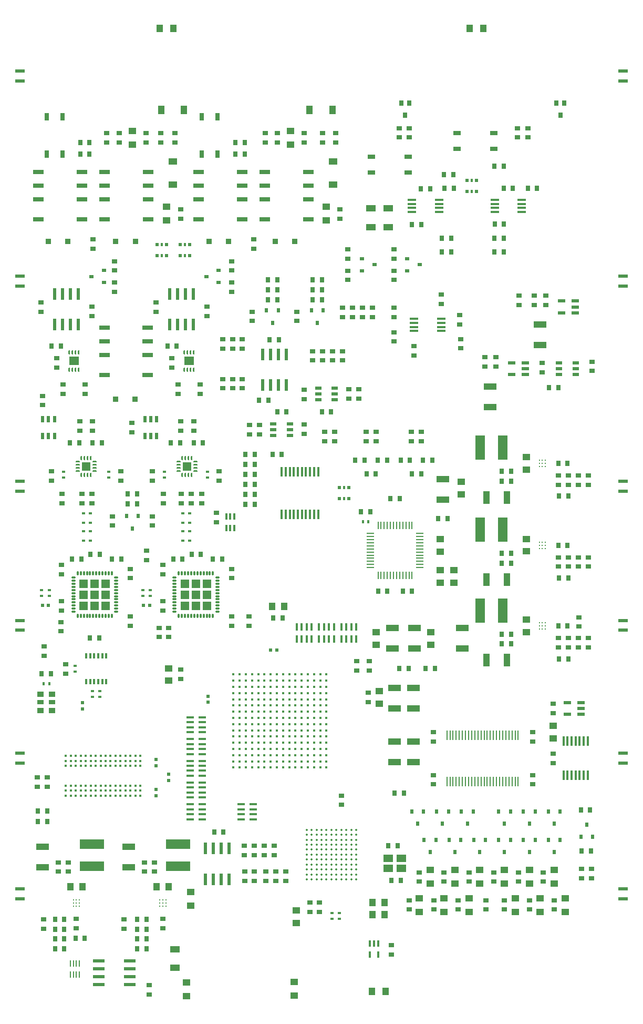
<source format=gbr>
G04 #@! TF.FileFunction,Paste,Top*
%FSLAX46Y46*%
G04 Gerber Fmt 4.6, Leading zero omitted, Abs format (unit mm)*
G04 Created by KiCad (PCBNEW 4.0.7) date 02/12/19 19:11:38*
%MOMM*%
%LPD*%
G01*
G04 APERTURE LIST*
%ADD10C,0.100000*%
%ADD11R,0.600000X0.450000*%
%ADD12R,0.500000X0.550000*%
%ADD13R,0.889000X0.635000*%
%ADD14R,0.635000X0.889000*%
%ADD15R,1.300000X1.000000*%
%ADD16R,1.500000X1.200000*%
%ADD17R,1.500000X0.600000*%
%ADD18R,1.300000X1.100000*%
%ADD19R,1.200000X0.800000*%
%ADD20R,0.600000X0.700000*%
%ADD21R,1.050000X0.600000*%
%ADD22C,0.400000*%
%ADD23R,0.550000X0.500000*%
%ADD24R,1.150000X0.440000*%
%ADD25R,1.300000X0.280000*%
%ADD26R,0.280000X1.300000*%
%ADD27R,1.100000X2.100000*%
%ADD28R,1.000000X1.300000*%
%ADD29R,2.100000X1.100000*%
%ADD30R,0.600000X0.600000*%
%ADD31R,0.400000X0.600000*%
%ADD32R,0.900000X0.950000*%
%ADD33R,1.800000X0.800000*%
%ADD34O,0.710000X0.254000*%
%ADD35O,0.254000X0.710000*%
%ADD36R,1.370000X1.370000*%
%ADD37R,1.650000X1.330000*%
%ADD38R,0.800000X1.200000*%
%ADD39R,0.700000X0.600000*%
%ADD40R,1.400000X0.425000*%
%ADD41R,0.400000X1.000000*%
%ADD42R,0.280000X1.000000*%
%ADD43R,0.420000X1.620000*%
%ADD44R,0.300000X1.500000*%
%ADD45R,0.500000X0.450000*%
%ADD46C,0.350000*%
%ADD47R,0.420000X0.889000*%
%ADD48R,1.400000X1.075000*%
%ADD49R,1.075000X1.400000*%
%ADD50R,0.450000X0.600000*%
%ADD51R,0.600000X1.050000*%
%ADD52R,1.500000X4.000000*%
%ADD53R,4.000000X1.500000*%
%ADD54R,1.600000X1.000000*%
%ADD55R,0.700000X0.900000*%
%ADD56R,0.440000X1.150000*%
%ADD57O,0.260000X0.700000*%
%ADD58O,0.700000X0.260000*%
%ADD59R,1.450000X1.450000*%
%ADD60R,1.100000X1.300000*%
%ADD61C,0.250000*%
%ADD62R,1.050000X0.700000*%
%ADD63R,1.050000X0.860000*%
%ADD64R,0.600000X1.980000*%
%ADD65R,1.980000X0.600000*%
%ADD66R,0.280000X1.500000*%
%ADD67R,1.200000X0.500000*%
G04 APERTURE END LIST*
D10*
D11*
X34300000Y-139100000D03*
X34300000Y-140000000D03*
D12*
X26000000Y-125300000D03*
X25000000Y-125300000D03*
D11*
X26100000Y-122850000D03*
X26100000Y-123750000D03*
X24900000Y-122850000D03*
X24900000Y-123750000D03*
D13*
X28100000Y-126100000D03*
X28100000Y-124600000D03*
X28100000Y-118800000D03*
X28100000Y-120300000D03*
X39200000Y-128600000D03*
X39200000Y-127100000D03*
D14*
X29800000Y-117800000D03*
X31300000Y-117800000D03*
X32750000Y-117100000D03*
X34250000Y-117100000D03*
D13*
X39200000Y-119400000D03*
X39200000Y-120900000D03*
D14*
X37700000Y-117800000D03*
X36200000Y-117800000D03*
D15*
X65900000Y-174400000D03*
X65900000Y-176400000D03*
D13*
X57200000Y-90350000D03*
X57200000Y-88850000D03*
D16*
X82860000Y-166000000D03*
X82860000Y-167600000D03*
X80740000Y-166000000D03*
X80740000Y-167600000D03*
D17*
X118600000Y-150700000D03*
X118600000Y-149100000D03*
X21400000Y-149100000D03*
X21400000Y-150700000D03*
X118600000Y-129300000D03*
X118600000Y-127700000D03*
X21400000Y-127700000D03*
X21400000Y-129300000D03*
X118600000Y-106900000D03*
X118600000Y-105300000D03*
X21400000Y-105300000D03*
X21400000Y-106900000D03*
X21400000Y-72300000D03*
X21400000Y-73900000D03*
X118600000Y-73900000D03*
X118600000Y-72300000D03*
X118600000Y-172500000D03*
X118600000Y-170900000D03*
X21400000Y-170900000D03*
X21400000Y-172500000D03*
X21400000Y-39300000D03*
X21400000Y-40900000D03*
X118600000Y-40900000D03*
X118600000Y-39300000D03*
D18*
X65000000Y-48900000D03*
X65000000Y-51100000D03*
D19*
X97800000Y-51770000D03*
X91800000Y-51770000D03*
X97800000Y-49230000D03*
X91800000Y-49230000D03*
X84000000Y-55570000D03*
X78000000Y-55570000D03*
X84000000Y-53030000D03*
X78000000Y-53030000D03*
D20*
X85500000Y-160450000D03*
X84550000Y-158450000D03*
X86450000Y-158450000D03*
D13*
X76000000Y-90500000D03*
X76000000Y-92000000D03*
X67200000Y-90600000D03*
X67200000Y-92100000D03*
D21*
X69450000Y-91250000D03*
X72150000Y-92200000D03*
X72150000Y-91250000D03*
X72150000Y-90300000D03*
X69450000Y-90300000D03*
X69450000Y-92200000D03*
D13*
X74400000Y-92000000D03*
X74400000Y-90500000D03*
D14*
X81100000Y-108100000D03*
X82600000Y-108100000D03*
D13*
X71800000Y-84350000D03*
X71800000Y-85850000D03*
X70200000Y-85850000D03*
X70200000Y-84350000D03*
D14*
X62250000Y-127350000D03*
X63750000Y-127350000D03*
D22*
X40800000Y-149500000D03*
X40000000Y-149500000D03*
X39200000Y-149500000D03*
X38400000Y-149500000D03*
X37600000Y-149500000D03*
X36800000Y-149500000D03*
X36000000Y-149500000D03*
X35200000Y-149500000D03*
X34400000Y-149500000D03*
X33600000Y-149500000D03*
X32800000Y-149500000D03*
X32000000Y-149500000D03*
X31200000Y-149500000D03*
X30400000Y-149500000D03*
X29600000Y-149500000D03*
X28800000Y-149500000D03*
X40800000Y-150300000D03*
X40000000Y-150300000D03*
X39200000Y-150300000D03*
X38400000Y-150300000D03*
X37600000Y-150300000D03*
X36800000Y-150300000D03*
X36000000Y-150300000D03*
X35200000Y-150300000D03*
X34400000Y-150300000D03*
X33600000Y-150300000D03*
X32800000Y-150300000D03*
X32000000Y-150300000D03*
X31200000Y-150300000D03*
X30400000Y-150300000D03*
X29600000Y-150300000D03*
X28800000Y-150300000D03*
X40800000Y-151100000D03*
X40000000Y-151100000D03*
X39200000Y-151100000D03*
X38400000Y-151100000D03*
X37600000Y-151100000D03*
X36800000Y-151100000D03*
X36000000Y-151100000D03*
X35200000Y-151100000D03*
X34400000Y-151100000D03*
X33600000Y-151100000D03*
X32800000Y-151100000D03*
X32000000Y-151100000D03*
X31200000Y-151100000D03*
X30400000Y-151100000D03*
X29600000Y-151100000D03*
X28800000Y-151100000D03*
X40800000Y-154300000D03*
X40000000Y-154300000D03*
X39200000Y-154300000D03*
X38400000Y-154300000D03*
X37600000Y-154300000D03*
X36800000Y-154300000D03*
X36000000Y-154300000D03*
X35200000Y-154300000D03*
X34400000Y-154300000D03*
X33600000Y-154300000D03*
X32800000Y-154300000D03*
X32000000Y-154300000D03*
X31200000Y-154300000D03*
X30400000Y-154300000D03*
X29600000Y-154300000D03*
X28800000Y-154300000D03*
X40800000Y-155100000D03*
X40000000Y-155100000D03*
X39200000Y-155100000D03*
X38400000Y-155100000D03*
X37600000Y-155100000D03*
X36800000Y-155100000D03*
X36000000Y-155100000D03*
X35200000Y-155100000D03*
X34400000Y-155100000D03*
X33600000Y-155100000D03*
X32800000Y-155100000D03*
X32000000Y-155100000D03*
X31200000Y-155100000D03*
X30400000Y-155100000D03*
X29600000Y-155100000D03*
X28800000Y-155100000D03*
X40800000Y-155900000D03*
X40000000Y-155900000D03*
X39200000Y-155900000D03*
X38400000Y-155900000D03*
X37600000Y-155900000D03*
X36800000Y-155900000D03*
X36000000Y-155900000D03*
X35200000Y-155900000D03*
X34400000Y-155900000D03*
X33600000Y-155900000D03*
X32800000Y-155900000D03*
X32000000Y-155900000D03*
X31200000Y-155900000D03*
X30400000Y-155900000D03*
X29600000Y-155900000D03*
X28800000Y-155900000D03*
D15*
X92525000Y-105400000D03*
X92525000Y-107400000D03*
D14*
X54000000Y-117800000D03*
X52500000Y-117800000D03*
D23*
X51700000Y-139900000D03*
X51700000Y-140900000D03*
D15*
X78800000Y-129600000D03*
X78800000Y-131600000D03*
D24*
X50775000Y-157300000D03*
X48825000Y-157300000D03*
X50775000Y-158100000D03*
X48825000Y-158100000D03*
X50775000Y-158900000D03*
X48825000Y-158900000D03*
X50775000Y-159700000D03*
X48825000Y-159700000D03*
D13*
X111950000Y-169200000D03*
X111950000Y-167700000D03*
D14*
X113300000Y-158250000D03*
X111800000Y-158250000D03*
X113450000Y-164850000D03*
X111950000Y-164850000D03*
D13*
X113550000Y-169200000D03*
X113550000Y-167700000D03*
D20*
X112750000Y-160550000D03*
X113700000Y-162550000D03*
X111800000Y-162550000D03*
D13*
X36300000Y-112450000D03*
X36300000Y-110950000D03*
D14*
X38750000Y-107300000D03*
X40250000Y-107300000D03*
X40250000Y-108900000D03*
X38750000Y-108900000D03*
D20*
X39500000Y-112900000D03*
X38550000Y-110900000D03*
X40450000Y-110900000D03*
D13*
X42700000Y-112450000D03*
X42700000Y-110950000D03*
X51500000Y-78700000D03*
X51500000Y-77200000D03*
D25*
X77850000Y-113700000D03*
X77850000Y-114200000D03*
X77850000Y-114700000D03*
X77850000Y-115200000D03*
X77850000Y-115700000D03*
X77850000Y-116200000D03*
X77850000Y-116700000D03*
X77850000Y-117200000D03*
X77850000Y-117700000D03*
X77850000Y-118200000D03*
X77850000Y-118700000D03*
X77850000Y-119200000D03*
D26*
X79100000Y-120450000D03*
X79600000Y-120450000D03*
X80100000Y-120450000D03*
X80600000Y-120450000D03*
X81100000Y-120450000D03*
X81600000Y-120450000D03*
X82100000Y-120450000D03*
X82600000Y-120450000D03*
X83100000Y-120450000D03*
X83600000Y-120450000D03*
X84100000Y-120450000D03*
X84600000Y-120450000D03*
D25*
X85850000Y-119200000D03*
X85850000Y-118700000D03*
X85850000Y-118200000D03*
X85850000Y-117700000D03*
X85850000Y-117200000D03*
X85850000Y-116700000D03*
X85850000Y-116200000D03*
X85850000Y-115700000D03*
X85850000Y-115200000D03*
X85850000Y-114700000D03*
X85850000Y-114200000D03*
X85850000Y-113700000D03*
D26*
X84600000Y-112450000D03*
X84100000Y-112450000D03*
X83600000Y-112450000D03*
X83100000Y-112450000D03*
X82600000Y-112450000D03*
X82100000Y-112450000D03*
X81600000Y-112450000D03*
X81100000Y-112450000D03*
X80600000Y-112450000D03*
X80100000Y-112450000D03*
X79600000Y-112450000D03*
X79100000Y-112450000D03*
D12*
X62800000Y-132500000D03*
X61800000Y-132500000D03*
D18*
X87500000Y-167900000D03*
X87500000Y-170100000D03*
X99500000Y-167900000D03*
X99500000Y-170100000D03*
D27*
X99850000Y-134100000D03*
X96550000Y-134100000D03*
D15*
X103000000Y-129600000D03*
X103000000Y-127600000D03*
D28*
X29500000Y-170600000D03*
X31500000Y-170600000D03*
D27*
X99850000Y-107900000D03*
X96550000Y-107900000D03*
D15*
X103000000Y-103400000D03*
X103000000Y-101400000D03*
D29*
X38900000Y-167450000D03*
X38900000Y-164150000D03*
D28*
X43400000Y-170600000D03*
X45400000Y-170600000D03*
D24*
X58975000Y-157300000D03*
X57025000Y-157300000D03*
X58975000Y-158100000D03*
X57025000Y-158100000D03*
X58975000Y-158900000D03*
X57025000Y-158900000D03*
X58975000Y-159700000D03*
X57025000Y-159700000D03*
D30*
X45052100Y-67193100D03*
X45052100Y-68971100D03*
X43528100Y-68971100D03*
X43528100Y-67193100D03*
D31*
X44290100Y-67193100D03*
X44290100Y-68971100D03*
D32*
X51851500Y-66718812D03*
X55001500Y-66718812D03*
D33*
X50180500Y-59933000D03*
X50180500Y-63133000D03*
X57180500Y-63133000D03*
X50180500Y-57733000D03*
X50180500Y-55533000D03*
X57180500Y-59933000D03*
X57180500Y-57733000D03*
X57180500Y-55533000D03*
D18*
X85750000Y-172400000D03*
X85750000Y-174600000D03*
X89750000Y-172400000D03*
X89750000Y-174600000D03*
X91500000Y-167900000D03*
X91500000Y-170100000D03*
X93750000Y-172400000D03*
X93750000Y-174600000D03*
X103500000Y-167900000D03*
X103500000Y-170100000D03*
X107500000Y-167900000D03*
X107500000Y-170100000D03*
X109250000Y-172400000D03*
X109250000Y-174600000D03*
X105250000Y-172400000D03*
X105250000Y-174600000D03*
X101250000Y-172400000D03*
X101250000Y-174600000D03*
X95500000Y-167900000D03*
X95500000Y-170100000D03*
X70762000Y-61077800D03*
X70762000Y-63277800D03*
X44981000Y-61077800D03*
X44981000Y-63277800D03*
X39500000Y-48900000D03*
X39500000Y-51100000D03*
D34*
X46932000Y-102175899D03*
D35*
X49052000Y-101555899D03*
X49052000Y-104295899D03*
X48552000Y-104295899D03*
X48552000Y-101555899D03*
X48052000Y-101555899D03*
X48052000Y-104295899D03*
X47552000Y-104295899D03*
X47552000Y-101555899D03*
D36*
X48302000Y-102925899D03*
D34*
X49672000Y-102175899D03*
X49672000Y-102675899D03*
X46932000Y-102675899D03*
X46932000Y-103175899D03*
X49672000Y-103175899D03*
X49672000Y-103675899D03*
X46932000Y-103675899D03*
D35*
X49398000Y-84570665D03*
X49398000Y-87310665D03*
X48898000Y-87310665D03*
X48898000Y-84570665D03*
X48398000Y-84570665D03*
X48398000Y-87310665D03*
X47898000Y-87310665D03*
X47898000Y-84570665D03*
D37*
X48648000Y-85940665D03*
D32*
X62519500Y-66718812D03*
X65669500Y-66718812D03*
X36840100Y-66718812D03*
X39990100Y-66718812D03*
X25943500Y-66718812D03*
X29093500Y-66718812D03*
D38*
X53270000Y-46600000D03*
X53270000Y-52600000D03*
X50730000Y-46600000D03*
X50730000Y-52600000D03*
X28270000Y-46600000D03*
X28270000Y-52600000D03*
X25730000Y-46600000D03*
X25730000Y-52600000D03*
D20*
X87500000Y-165000000D03*
X86550000Y-163000000D03*
X88450000Y-163000000D03*
X91500000Y-165000000D03*
X90550000Y-163000000D03*
X92450000Y-163000000D03*
X93500000Y-160450000D03*
X92550000Y-158450000D03*
X94450000Y-158450000D03*
X99500000Y-165000000D03*
X98550000Y-163000000D03*
X100450000Y-163000000D03*
X103500000Y-165000000D03*
X102550000Y-163000000D03*
X104450000Y-163000000D03*
X107500000Y-165000000D03*
X106550000Y-163000000D03*
X108450000Y-163000000D03*
X103500000Y-160450000D03*
X102550000Y-158450000D03*
X104450000Y-158450000D03*
X99500000Y-160450000D03*
X98550000Y-158450000D03*
X100450000Y-158450000D03*
X95500000Y-165000000D03*
X94550000Y-163000000D03*
X96450000Y-163000000D03*
X89500000Y-160450000D03*
X88550000Y-158450000D03*
X90450000Y-158450000D03*
X107500000Y-160450000D03*
X106550000Y-158450000D03*
X108450000Y-158450000D03*
D39*
X51424500Y-72331800D03*
X53424500Y-71381800D03*
X53424500Y-73281800D03*
X78556500Y-70452200D03*
X76556500Y-71402200D03*
X76556500Y-69502200D03*
X85795500Y-70452200D03*
X83795500Y-71402200D03*
X83795500Y-69502200D03*
X32952574Y-72331800D03*
X34952574Y-71381800D03*
X34952574Y-73281800D03*
D40*
X84894906Y-81120602D03*
X89294906Y-81120602D03*
X84894906Y-80470602D03*
X89294906Y-80470602D03*
X84894906Y-79820602D03*
X89294906Y-79820602D03*
X84894906Y-79170602D03*
X89294906Y-79170602D03*
X102297476Y-60003000D03*
X97897476Y-60003000D03*
X102297476Y-60653000D03*
X97897476Y-60653000D03*
X102297476Y-61303000D03*
X97897476Y-61303000D03*
X102297476Y-61953000D03*
X97897476Y-61953000D03*
X88962501Y-60003000D03*
X84562501Y-60003000D03*
X88962501Y-60653000D03*
X84562501Y-60653000D03*
X88962501Y-61303000D03*
X84562501Y-61303000D03*
X88962501Y-61953000D03*
X84562501Y-61953000D03*
D30*
X48708100Y-67193100D03*
X48708100Y-68971100D03*
X47184100Y-68971100D03*
X47184100Y-67193100D03*
D31*
X47946100Y-67193100D03*
X47946100Y-68971100D03*
D30*
X93456900Y-58653900D03*
X93456900Y-56875900D03*
X94980900Y-56875900D03*
X94980900Y-58653900D03*
D31*
X94218900Y-58653900D03*
X94218900Y-56875900D03*
D33*
X60848500Y-59933000D03*
X60848500Y-63133000D03*
X67848500Y-63133000D03*
X60848500Y-57733000D03*
X60848500Y-55533000D03*
X67848500Y-59933000D03*
X67848500Y-57733000D03*
X67848500Y-55533000D03*
X35067500Y-59933000D03*
X35067500Y-63133000D03*
X42067500Y-63133000D03*
X35067500Y-57733000D03*
X35067500Y-55533000D03*
X42067500Y-59933000D03*
X42067500Y-57733000D03*
X42067500Y-55533000D03*
X24399500Y-59933000D03*
X24399500Y-63133000D03*
X31399500Y-63133000D03*
X24399500Y-57733000D03*
X24399500Y-55533000D03*
X31399500Y-59933000D03*
X31399500Y-57733000D03*
X31399500Y-55533000D03*
D15*
X89100000Y-121600000D03*
X89100000Y-119600000D03*
X89090358Y-114646924D03*
X89090358Y-116646924D03*
X107350000Y-146700000D03*
X107350000Y-144700000D03*
X103000000Y-116600000D03*
X103000000Y-114600000D03*
D27*
X99850000Y-121100000D03*
X96550000Y-121100000D03*
D28*
X80200000Y-173100000D03*
X78200000Y-173100000D03*
D29*
X81800000Y-138550000D03*
X81800000Y-141850000D03*
X92700000Y-132250000D03*
X92700000Y-128950000D03*
X84800000Y-138550000D03*
X84800000Y-141850000D03*
D15*
X45350000Y-137400000D03*
X45350000Y-135400000D03*
D28*
X62000000Y-125450000D03*
X64000000Y-125450000D03*
D29*
X84800000Y-150550000D03*
X84800000Y-147250000D03*
D15*
X79300000Y-139100000D03*
X79300000Y-141100000D03*
D29*
X81450000Y-128950000D03*
X81450000Y-132250000D03*
X25000000Y-167450000D03*
X25000000Y-164150000D03*
X81800000Y-150550000D03*
X81800000Y-147250000D03*
D32*
X36790100Y-92118812D03*
X39940100Y-92118812D03*
D20*
X69300000Y-79800000D03*
X68350000Y-77800000D03*
X70250000Y-77800000D03*
X62100000Y-79800000D03*
X61150000Y-77800000D03*
X63050000Y-77800000D03*
D28*
X78200000Y-175100000D03*
X80200000Y-175100000D03*
D30*
X72838000Y-108089000D03*
X72838000Y-106311000D03*
X74362000Y-106311000D03*
X74362000Y-108089000D03*
D31*
X73600000Y-108089000D03*
X73600000Y-106311000D03*
D33*
X35000000Y-85000000D03*
X35000000Y-88200000D03*
X42000000Y-88200000D03*
X35000000Y-82800000D03*
X35000000Y-80600000D03*
X42000000Y-85000000D03*
X42000000Y-82800000D03*
X42000000Y-80600000D03*
D41*
X55950000Y-112800000D03*
X55950000Y-111000000D03*
X55300000Y-112800000D03*
X55300000Y-111000000D03*
X54650000Y-112800000D03*
X54650000Y-111000000D03*
D42*
X29500000Y-184700000D03*
X30000000Y-184700000D03*
X30500000Y-184700000D03*
X31000000Y-184700000D03*
X29500000Y-182900000D03*
X30000000Y-182900000D03*
X30500000Y-182900000D03*
X31000000Y-182900000D03*
D43*
X63600000Y-103800000D03*
X63600000Y-110650000D03*
X64250000Y-103800000D03*
X64250000Y-110650000D03*
X64900000Y-103800000D03*
X64900000Y-110650000D03*
X65550000Y-103800000D03*
X65550000Y-110650000D03*
X66200000Y-103800000D03*
X66200000Y-110650000D03*
X66850000Y-103800000D03*
X66850000Y-110650000D03*
X67500000Y-103800000D03*
X67500000Y-110650000D03*
X68150000Y-103800000D03*
X68150000Y-110650000D03*
X68800000Y-103800000D03*
X68800000Y-110650000D03*
X69450000Y-103800000D03*
X69450000Y-110650000D03*
D24*
X50775000Y-143300000D03*
X48825000Y-143300000D03*
X50775000Y-144100000D03*
X48825000Y-144100000D03*
X50775000Y-144900000D03*
X48825000Y-144900000D03*
X50775000Y-145700000D03*
X48825000Y-145700000D03*
X50775000Y-146800000D03*
X48825000Y-146800000D03*
X50775000Y-147600000D03*
X48825000Y-147600000D03*
X50775000Y-148400000D03*
X48825000Y-148400000D03*
X50775000Y-149200000D03*
X48825000Y-149200000D03*
X50775000Y-150300000D03*
X48825000Y-150300000D03*
X50775000Y-151100000D03*
X48825000Y-151100000D03*
X50775000Y-151900000D03*
X48825000Y-151900000D03*
X50775000Y-152700000D03*
X48825000Y-152700000D03*
X50775000Y-153800000D03*
X48825000Y-153800000D03*
X50775000Y-154600000D03*
X48825000Y-154600000D03*
X50775000Y-155400000D03*
X48825000Y-155400000D03*
X50775000Y-156200000D03*
X48825000Y-156200000D03*
D44*
X109000000Y-147150000D03*
X109000000Y-152650000D03*
X109650000Y-147150000D03*
X109650000Y-152650000D03*
X110300000Y-147150000D03*
X110300000Y-152650000D03*
X110950000Y-147150000D03*
X110950000Y-152650000D03*
X111600000Y-147150000D03*
X111600000Y-152650000D03*
X112250000Y-147150000D03*
X112250000Y-152650000D03*
X112900000Y-147150000D03*
X112900000Y-152650000D03*
D13*
X103500000Y-172750000D03*
X103500000Y-174250000D03*
X113000000Y-130550000D03*
X113000000Y-132050000D03*
D14*
X109650000Y-128600000D03*
X108150000Y-128600000D03*
X109750000Y-133900000D03*
X108250000Y-133900000D03*
X100550000Y-131500000D03*
X99050000Y-131500000D03*
D13*
X27600000Y-168150000D03*
X27600000Y-166650000D03*
X30500000Y-177250000D03*
X30500000Y-175750000D03*
X25200000Y-177350000D03*
X25200000Y-175850000D03*
D14*
X28550000Y-180600000D03*
X27050000Y-180600000D03*
X109750000Y-107700000D03*
X108250000Y-107700000D03*
X109650000Y-102400000D03*
X108150000Y-102400000D03*
D13*
X113000000Y-104350000D03*
X113000000Y-105850000D03*
D14*
X100550000Y-105300000D03*
X99050000Y-105300000D03*
D13*
X38200000Y-177350000D03*
X38200000Y-175850000D03*
X44400000Y-177250000D03*
X44400000Y-175750000D03*
D14*
X41800000Y-180600000D03*
X40300000Y-180600000D03*
D13*
X41500000Y-168150000D03*
X41500000Y-166650000D03*
D14*
X86050000Y-64000000D03*
X84550000Y-64000000D03*
X99400000Y-63900000D03*
X97900000Y-63900000D03*
X57747560Y-102600000D03*
X59247560Y-102600000D03*
D13*
X53100000Y-111900000D03*
X53100000Y-110400000D03*
X107350000Y-150650000D03*
X107350000Y-149150000D03*
X84902200Y-85052200D03*
X84902200Y-83552200D03*
X89302200Y-75252200D03*
X89302200Y-76752200D03*
X81700000Y-72912000D03*
X81700000Y-71412000D03*
X74191000Y-67988000D03*
X74191000Y-69488000D03*
X81700000Y-67988000D03*
X81700000Y-69488000D03*
X55536000Y-74812000D03*
X55536000Y-73312000D03*
X55536000Y-69888000D03*
X55536000Y-71388000D03*
X43300000Y-78000000D03*
X43300000Y-76500000D03*
X50426000Y-89731000D03*
X50426000Y-91231000D03*
X46847000Y-89731000D03*
X46847000Y-91231000D03*
X31877000Y-89731000D03*
X31877000Y-91231000D03*
X28321000Y-89731000D03*
X28321000Y-91231000D03*
X36600000Y-74812000D03*
X36600000Y-73312000D03*
X36599000Y-69888000D03*
X36599000Y-71388000D03*
X47267000Y-61567500D03*
X47267000Y-63067500D03*
X44100000Y-50750000D03*
X44100000Y-49250000D03*
X37361000Y-50740500D03*
X37361000Y-49240500D03*
D14*
X31100000Y-50800000D03*
X32600000Y-50800000D03*
X56100000Y-50800000D03*
X57600000Y-50800000D03*
D13*
X62888000Y-50740500D03*
X62888000Y-49240500D03*
X70127000Y-49240500D03*
X70127000Y-50740500D03*
X72921000Y-61567500D03*
X72921000Y-63067500D03*
X53500000Y-105200000D03*
X53500000Y-103700000D03*
D14*
X59250000Y-105800000D03*
X57750000Y-105800000D03*
D13*
X44500000Y-108850000D03*
X44500000Y-107350000D03*
X42750000Y-105200000D03*
X42750000Y-103700000D03*
X37650000Y-103700000D03*
X37650000Y-105200000D03*
D14*
X24900000Y-136250000D03*
X26400000Y-136250000D03*
D13*
X28200000Y-108850000D03*
X28200000Y-107350000D03*
X26450000Y-103700000D03*
X26450000Y-105200000D03*
X85750000Y-168250000D03*
X85750000Y-169750000D03*
X89750000Y-168250000D03*
X89750000Y-169750000D03*
X92000000Y-172750000D03*
X92000000Y-174250000D03*
X97750000Y-168250000D03*
X97750000Y-169750000D03*
X101750000Y-168250000D03*
X101750000Y-169750000D03*
X105750000Y-168250000D03*
X105750000Y-169750000D03*
X107500000Y-172750000D03*
X107500000Y-174250000D03*
X99500000Y-172750000D03*
X99500000Y-174250000D03*
X93750000Y-168250000D03*
X93750000Y-169750000D03*
X88100000Y-172750000D03*
X88100000Y-174250000D03*
X84100000Y-172750000D03*
X84100000Y-174250000D03*
X104000000Y-145700000D03*
X104000000Y-147200000D03*
X88000000Y-145695602D03*
X88000000Y-147195602D03*
X88000000Y-154100000D03*
X88000000Y-152600000D03*
D14*
X106650000Y-90200000D03*
X108150000Y-90200000D03*
D13*
X113600000Y-87550000D03*
X113600000Y-86050000D03*
X105600000Y-87750000D03*
X105600000Y-86250000D03*
X106150000Y-75450000D03*
X106150000Y-76950000D03*
D14*
X104750000Y-58166000D03*
X103250000Y-58166000D03*
X91301000Y-58166000D03*
X89801000Y-58166000D03*
D13*
X74200000Y-72912000D03*
X74200000Y-71412000D03*
X104000000Y-154100000D03*
X104000000Y-152600000D03*
X107350000Y-141150000D03*
X107350000Y-142650000D03*
X67200000Y-49250000D03*
X67200000Y-50750000D03*
X41700000Y-49250000D03*
X41700000Y-50750000D03*
X33000000Y-78700000D03*
X33000000Y-77200000D03*
X24800000Y-78000000D03*
X24800000Y-76500000D03*
D14*
X49050000Y-117100000D03*
X50550000Y-117100000D03*
D13*
X55500000Y-128600000D03*
X55500000Y-127100000D03*
D14*
X46100000Y-117800000D03*
X47600000Y-117800000D03*
D13*
X55500000Y-119400000D03*
X55500000Y-120900000D03*
X44400000Y-118800000D03*
X44400000Y-120300000D03*
D14*
X109650000Y-115600000D03*
X108150000Y-115600000D03*
X109750000Y-120900000D03*
X108250000Y-120900000D03*
X100550000Y-118500000D03*
X99050000Y-118500000D03*
D13*
X113000000Y-117550000D03*
X113000000Y-119050000D03*
X69700000Y-174650000D03*
X69700000Y-173150000D03*
X68100000Y-174650000D03*
X68100000Y-173150000D03*
X64200000Y-169650000D03*
X64200000Y-168150000D03*
D14*
X82800000Y-169600000D03*
X81300000Y-169600000D03*
X54200000Y-161800000D03*
X52700000Y-161800000D03*
X80750000Y-164000000D03*
X82250000Y-164000000D03*
D13*
X59200000Y-164000000D03*
X59200000Y-165500000D03*
X47300000Y-137150000D03*
X47300000Y-135650000D03*
X77500000Y-139350000D03*
X77500000Y-140850000D03*
D14*
X79100000Y-123000000D03*
X80600000Y-123000000D03*
X83100000Y-123000000D03*
X84600000Y-123000000D03*
X84550000Y-104100000D03*
X86050000Y-104100000D03*
X77250000Y-104100000D03*
X78750000Y-104100000D03*
X76350000Y-110200000D03*
X77850000Y-110200000D03*
D13*
X67200000Y-97650000D03*
X67200000Y-96150000D03*
X60000000Y-96250000D03*
X60000000Y-97750000D03*
X54050000Y-90350000D03*
X54050000Y-88850000D03*
X54050000Y-82450000D03*
X54050000Y-83950000D03*
D14*
X62100000Y-101000000D03*
X63600000Y-101000000D03*
X68550000Y-72900000D03*
X70050000Y-72900000D03*
X61350000Y-72900000D03*
X62850000Y-72900000D03*
D13*
X78200000Y-78850000D03*
X78200000Y-77350000D03*
X24200000Y-154500000D03*
X24200000Y-153000000D03*
X25800000Y-153000000D03*
X25800000Y-154500000D03*
D14*
X24300000Y-160100000D03*
X25800000Y-160100000D03*
X24300000Y-158400000D03*
X25800000Y-158400000D03*
D13*
X58800000Y-79500000D03*
X58800000Y-78000000D03*
D14*
X61350000Y-76100000D03*
X62850000Y-76100000D03*
D13*
X66050000Y-79500000D03*
X66050000Y-78000000D03*
D14*
X68550000Y-76100000D03*
X70050000Y-76100000D03*
X62850000Y-74500000D03*
X61350000Y-74500000D03*
X68550000Y-74500000D03*
X70050000Y-74500000D03*
D13*
X55650000Y-82450000D03*
X55650000Y-83950000D03*
X55650000Y-90350000D03*
X55650000Y-88850000D03*
D14*
X80550000Y-101900000D03*
X79050000Y-101900000D03*
X87850000Y-101900000D03*
X86350000Y-101900000D03*
X75450000Y-101900000D03*
X76950000Y-101900000D03*
X82750000Y-101900000D03*
X84250000Y-101900000D03*
X88800000Y-111333470D03*
X90300000Y-111333470D03*
X81800000Y-155500000D03*
X83300000Y-155500000D03*
D13*
X62400000Y-164000000D03*
X62400000Y-165500000D03*
D14*
X86750000Y-135400000D03*
X88250000Y-135400000D03*
D13*
X60800000Y-164000000D03*
X60800000Y-165500000D03*
X62600000Y-168150000D03*
X62600000Y-169650000D03*
X57592941Y-165500000D03*
X57592941Y-164000000D03*
X61000000Y-168150000D03*
X61000000Y-169650000D03*
X59200000Y-169650000D03*
X59200000Y-168150000D03*
X73200000Y-157400000D03*
X73200000Y-155900000D03*
X109800000Y-119050000D03*
X109800000Y-117550000D03*
X111400000Y-117550000D03*
X111400000Y-119050000D03*
D14*
X99050000Y-116900000D03*
X100550000Y-116900000D03*
D13*
X108200000Y-117550000D03*
X108200000Y-119050000D03*
X92302200Y-80052200D03*
X92302200Y-78552200D03*
X81702200Y-78852200D03*
X81702200Y-77352200D03*
X92402200Y-82402200D03*
X92402200Y-83902200D03*
X81702200Y-81302200D03*
X81702200Y-82802200D03*
X84500000Y-98850000D03*
X84500000Y-97350000D03*
X86100000Y-98850000D03*
X86100000Y-97350000D03*
X78800000Y-98850000D03*
X78800000Y-97350000D03*
X77200000Y-98850000D03*
X77200000Y-97350000D03*
D14*
X32650000Y-130550000D03*
X34150000Y-130550000D03*
D13*
X45400000Y-128900000D03*
X45400000Y-130400000D03*
X25300000Y-131900000D03*
X25300000Y-133400000D03*
X31400000Y-107350000D03*
X31400000Y-108850000D03*
X33000000Y-107350000D03*
X33000000Y-108850000D03*
X47400000Y-107350000D03*
X47400000Y-108850000D03*
X49000000Y-107350000D03*
X49000000Y-108850000D03*
X50700000Y-107350000D03*
X50700000Y-108850000D03*
X72100000Y-98850000D03*
X72100000Y-97350000D03*
X70500000Y-97350000D03*
X70500000Y-98850000D03*
D14*
X99388500Y-66185000D03*
X97888500Y-66185000D03*
X31100000Y-52597000D03*
X32600000Y-52597000D03*
D13*
X101800000Y-76950000D03*
X101800000Y-75450000D03*
X104300000Y-75450000D03*
X104300000Y-76950000D03*
D14*
X91261000Y-55950000D03*
X89761000Y-55950000D03*
X86000000Y-58200000D03*
X87500000Y-58200000D03*
X99350000Y-58166000D03*
X100850000Y-58166000D03*
D13*
X103300000Y-48450000D03*
X103300000Y-49950000D03*
X101600000Y-49950000D03*
X101600000Y-48450000D03*
X82500000Y-49950000D03*
X82500000Y-48450000D03*
X84146000Y-48450000D03*
X84146000Y-49950000D03*
X72286000Y-49240500D03*
X72286000Y-50740500D03*
X60900000Y-50740500D03*
X60900000Y-49240500D03*
D14*
X56100000Y-52597000D03*
X57600000Y-52597000D03*
D13*
X46400000Y-49250000D03*
X46400000Y-50750000D03*
X35400000Y-50750000D03*
X35400000Y-49250000D03*
X33170000Y-67893500D03*
X33170000Y-66393500D03*
X59078000Y-67893500D03*
X59078000Y-66393500D03*
D14*
X89379602Y-68344000D03*
X90879602Y-68344000D03*
X90879602Y-66185000D03*
X89379602Y-66185000D03*
X97888500Y-68344000D03*
X99388500Y-68344000D03*
D13*
X98100000Y-85350000D03*
X98100000Y-86850000D03*
X96300000Y-86850000D03*
X96300000Y-85350000D03*
D14*
X57750000Y-101000000D03*
X59250000Y-101000000D03*
X59247560Y-104200000D03*
X57747560Y-104200000D03*
X49393398Y-99135000D03*
X50893398Y-99135000D03*
D13*
X49422000Y-95654398D03*
X49422000Y-97154398D03*
D14*
X47210602Y-99135000D03*
X45710602Y-99135000D03*
D13*
X47286000Y-95654398D03*
X47286000Y-97154398D03*
X45854000Y-85494398D03*
X45854000Y-86994398D03*
D14*
X45167500Y-83514000D03*
X46667500Y-83514000D03*
D13*
X73400000Y-84350000D03*
X73400000Y-85850000D03*
D14*
X26514500Y-83514000D03*
X28014500Y-83514000D03*
D13*
X27328000Y-85494398D03*
X27328000Y-86994398D03*
D14*
X30935500Y-99135000D03*
X29435500Y-99135000D03*
D13*
X31011000Y-95654398D03*
X31011000Y-97154398D03*
X33043000Y-95654398D03*
X33043000Y-97154398D03*
D14*
X33118500Y-99135000D03*
X34618500Y-99135000D03*
D13*
X76600000Y-78850000D03*
X76600000Y-77350000D03*
X73400000Y-77350000D03*
X73400000Y-78850000D03*
X75000000Y-77350000D03*
X75000000Y-78850000D03*
X68600000Y-85850000D03*
X68600000Y-84350000D03*
D14*
X82550000Y-135400000D03*
X84050000Y-135400000D03*
X97850000Y-54600000D03*
X99350000Y-54600000D03*
D13*
X43100000Y-166650000D03*
X43100000Y-168150000D03*
D14*
X41800000Y-179000000D03*
X40300000Y-179000000D03*
X40300000Y-177400000D03*
X41800000Y-177400000D03*
X41800000Y-175800000D03*
X40300000Y-175800000D03*
X99050000Y-103700000D03*
X100550000Y-103700000D03*
D13*
X108200000Y-104350000D03*
X108200000Y-105850000D03*
X109800000Y-105850000D03*
X109800000Y-104350000D03*
X111400000Y-104350000D03*
X111400000Y-105850000D03*
D14*
X28550000Y-179000000D03*
X27050000Y-179000000D03*
X27050000Y-177400000D03*
X28550000Y-177400000D03*
X28550000Y-175800000D03*
X27050000Y-175800000D03*
D13*
X29200000Y-166650000D03*
X29200000Y-168150000D03*
D14*
X99050000Y-129900000D03*
X100550000Y-129900000D03*
D13*
X111400000Y-130550000D03*
X111400000Y-132050000D03*
X108200000Y-130550000D03*
X108200000Y-132050000D03*
X109800000Y-132050000D03*
X109800000Y-130550000D03*
X57600000Y-169650000D03*
X57600000Y-168150000D03*
D15*
X91300000Y-119600000D03*
X91300000Y-121600000D03*
D45*
X47650000Y-113325000D03*
X47650000Y-114875000D03*
X48750000Y-113325000D03*
X48750000Y-114875000D03*
X47650000Y-110425000D03*
X47650000Y-111975000D03*
X48750000Y-110425000D03*
X48750000Y-111975000D03*
X31650000Y-113325000D03*
X31650000Y-114875000D03*
X32750000Y-113325000D03*
X32750000Y-114875000D03*
X31650000Y-110425000D03*
X31650000Y-111975000D03*
X32750000Y-110425000D03*
X32750000Y-111975000D03*
D46*
X75600000Y-169400000D03*
X75600000Y-168600000D03*
X75600000Y-167800000D03*
X75600000Y-167000000D03*
X75600000Y-166200000D03*
X75600000Y-165400000D03*
X75600000Y-164600000D03*
X75600000Y-163800000D03*
X75600000Y-163000000D03*
X75600000Y-162200000D03*
X75600000Y-161400000D03*
X74800000Y-169400000D03*
X74800000Y-168600000D03*
X74800000Y-167800000D03*
X74800000Y-167000000D03*
X74800000Y-166200000D03*
X74800000Y-165400000D03*
X74800000Y-164600000D03*
X74800000Y-163800000D03*
X74800000Y-163000000D03*
X74800000Y-162200000D03*
X74800000Y-161400000D03*
X74000000Y-169400000D03*
X74000000Y-168600000D03*
X74000000Y-167800000D03*
X74000000Y-167000000D03*
X74000000Y-166200000D03*
X74000000Y-165400000D03*
X74000000Y-164600000D03*
X74000000Y-163800000D03*
X74000000Y-163000000D03*
X74000000Y-162200000D03*
X74000000Y-161400000D03*
X73200000Y-169400000D03*
X73200000Y-168600000D03*
X73200000Y-167800000D03*
X73200000Y-167000000D03*
X73200000Y-166200000D03*
X73200000Y-165400000D03*
X73200000Y-164600000D03*
X73200000Y-163800000D03*
X73200000Y-163000000D03*
X73200000Y-162200000D03*
X73200000Y-161400000D03*
X72400000Y-169400000D03*
X72400000Y-168600000D03*
X72400000Y-167800000D03*
X72400000Y-167000000D03*
X72400000Y-166200000D03*
X72400000Y-165400000D03*
X72400000Y-164600000D03*
X72400000Y-163800000D03*
X72400000Y-163000000D03*
X72400000Y-162200000D03*
X72400000Y-161400000D03*
X71600000Y-169400000D03*
X71600000Y-168600000D03*
X71600000Y-167800000D03*
X71600000Y-167000000D03*
X71600000Y-166200000D03*
X71600000Y-165400000D03*
X71600000Y-164600000D03*
X71600000Y-163800000D03*
X71600000Y-163000000D03*
X71600000Y-162200000D03*
X71600000Y-161400000D03*
X70800000Y-169400000D03*
X70800000Y-168600000D03*
X70800000Y-167800000D03*
X70800000Y-167000000D03*
X70800000Y-166200000D03*
X70800000Y-165400000D03*
X70800000Y-164600000D03*
X70800000Y-163800000D03*
X70800000Y-163000000D03*
X70800000Y-162200000D03*
X70800000Y-161400000D03*
X70000000Y-169400000D03*
X70000000Y-168600000D03*
X70000000Y-167800000D03*
X70000000Y-167000000D03*
X70000000Y-166200000D03*
X70000000Y-165400000D03*
X70000000Y-164600000D03*
X70000000Y-163800000D03*
X70000000Y-163000000D03*
X70000000Y-162200000D03*
X70000000Y-161400000D03*
X69200000Y-169400000D03*
X69200000Y-168600000D03*
X69200000Y-167800000D03*
X69200000Y-167000000D03*
X69200000Y-166200000D03*
X69200000Y-165400000D03*
X69200000Y-164600000D03*
X69200000Y-163800000D03*
X69200000Y-163000000D03*
X69200000Y-162200000D03*
X69200000Y-161400000D03*
X68400000Y-169400000D03*
X68400000Y-168600000D03*
X68400000Y-167800000D03*
X68400000Y-167000000D03*
X68400000Y-166200000D03*
X68400000Y-165400000D03*
X68400000Y-164600000D03*
X68400000Y-163800000D03*
X68400000Y-163000000D03*
X68400000Y-162200000D03*
X68400000Y-161400000D03*
X67600000Y-169400000D03*
X67600000Y-168600000D03*
X67600000Y-167800000D03*
X67600000Y-167000000D03*
X67600000Y-166200000D03*
X67600000Y-165400000D03*
X67600000Y-164600000D03*
X67600000Y-163800000D03*
X67600000Y-163000000D03*
X67600000Y-162200000D03*
X67600000Y-161400000D03*
D12*
X42300000Y-125300000D03*
X41300000Y-125300000D03*
D13*
X28750000Y-134750000D03*
X28750000Y-136250000D03*
D11*
X41200000Y-122850000D03*
X41200000Y-123750000D03*
X42400000Y-122850000D03*
X42400000Y-123750000D03*
X72900000Y-174850000D03*
X72900000Y-175750000D03*
X71700000Y-174850000D03*
X71700000Y-175750000D03*
D23*
X31500000Y-141950000D03*
X31500000Y-140950000D03*
D11*
X33100000Y-139100000D03*
X33100000Y-140000000D03*
D47*
X32075000Y-133425000D03*
X32075000Y-137575000D03*
X32725000Y-133425000D03*
X32725000Y-137575000D03*
X33375000Y-133425000D03*
X33375000Y-137575000D03*
X34025000Y-133425000D03*
X34025000Y-137575000D03*
X34675000Y-133425000D03*
X34675000Y-137575000D03*
X35325000Y-133425000D03*
X35325000Y-137575000D03*
D29*
X84950000Y-132250000D03*
X84950000Y-128950000D03*
X89551064Y-108252574D03*
X89551064Y-104952574D03*
X105200000Y-83350000D03*
X105200000Y-80050000D03*
X97200000Y-93350000D03*
X97200000Y-90050000D03*
D15*
X87600000Y-131600000D03*
X87600000Y-129600000D03*
D23*
X45400000Y-153500000D03*
X45400000Y-152500000D03*
X43300000Y-150100000D03*
X43300000Y-151100000D03*
X43300000Y-155900000D03*
X43300000Y-154900000D03*
D13*
X25050000Y-93050000D03*
X25050000Y-91550000D03*
X39400000Y-97400000D03*
X39400000Y-95900000D03*
D14*
X57750000Y-109000000D03*
X59250000Y-109000000D03*
X59250000Y-107400000D03*
X57750000Y-107400000D03*
D48*
X71900000Y-57537500D03*
X71900000Y-53862500D03*
X46000000Y-57537500D03*
X46000000Y-53862500D03*
D49*
X68062500Y-45500000D03*
X71737500Y-45500000D03*
X44162500Y-45500000D03*
X47837500Y-45500000D03*
D11*
X44700000Y-104700000D03*
X44700000Y-103800000D03*
X51600000Y-104700000D03*
X51600000Y-103800000D03*
D50*
X25200000Y-137900000D03*
X26100000Y-137900000D03*
D11*
X30300000Y-135050000D03*
X30300000Y-135950000D03*
X28400000Y-104700000D03*
X28400000Y-103800000D03*
X35750000Y-104700000D03*
X35750000Y-103800000D03*
D14*
X64350000Y-94100000D03*
X62850000Y-94100000D03*
D13*
X58400000Y-97750000D03*
X58400000Y-96250000D03*
D51*
X26000000Y-98000000D03*
X26950000Y-95300000D03*
X26000000Y-95300000D03*
X25050000Y-95300000D03*
X25050000Y-98000000D03*
X26950000Y-98000000D03*
X42500000Y-98000000D03*
X43450000Y-95300000D03*
X42500000Y-95300000D03*
X41550000Y-95300000D03*
X41550000Y-98000000D03*
X43450000Y-98000000D03*
D21*
X64950000Y-97000000D03*
X62250000Y-96050000D03*
X62250000Y-97000000D03*
X62250000Y-97950000D03*
X64950000Y-97950000D03*
X64950000Y-96050000D03*
D14*
X70050000Y-94100000D03*
X71550000Y-94100000D03*
D50*
X76650000Y-111800000D03*
X77550000Y-111800000D03*
D13*
X57250000Y-82450000D03*
X57250000Y-83950000D03*
D14*
X61450000Y-92300000D03*
X59950000Y-92300000D03*
X63150000Y-82500000D03*
X61650000Y-82500000D03*
D21*
X110950000Y-87200000D03*
X108250000Y-86250000D03*
X108250000Y-87200000D03*
X108250000Y-88150000D03*
X110950000Y-88150000D03*
X110950000Y-86250000D03*
D52*
X99200000Y-126100000D03*
X95600000Y-126100000D03*
D53*
X33000000Y-167300000D03*
X33000000Y-163700000D03*
D52*
X99200000Y-99900000D03*
X95600000Y-99900000D03*
D53*
X46900000Y-167300000D03*
X46900000Y-163700000D03*
D52*
X99200000Y-113100000D03*
X95600000Y-113100000D03*
D54*
X77978000Y-64365000D03*
X77978000Y-61365000D03*
X80772000Y-64365000D03*
X80772000Y-61365000D03*
X46350000Y-180650000D03*
X46350000Y-183650000D03*
D13*
X96500000Y-172750000D03*
X96500000Y-174250000D03*
X42200000Y-187950000D03*
X42200000Y-186450000D03*
X111500000Y-127199998D03*
X111500000Y-128699998D03*
D14*
X31850000Y-178900000D03*
X30350000Y-178900000D03*
D18*
X48200000Y-188200000D03*
X48200000Y-186000000D03*
X65600000Y-188100000D03*
X65600000Y-185900000D03*
D55*
X108500000Y-46350000D03*
X107850000Y-44450000D03*
X109150000Y-44450000D03*
X83500000Y-46350000D03*
X82850000Y-44450000D03*
X84150000Y-44450000D03*
D56*
X68400000Y-130674998D03*
X68400000Y-128724998D03*
X67600000Y-130674998D03*
X67600000Y-128724998D03*
X66800000Y-130674998D03*
X66800000Y-128724998D03*
X66000000Y-130674998D03*
X66000000Y-128724998D03*
X72000000Y-130674998D03*
X72000000Y-128724998D03*
X71200000Y-130674998D03*
X71200000Y-128724998D03*
X70400000Y-130674998D03*
X70400000Y-128724998D03*
X69600000Y-130674998D03*
X69600000Y-128724998D03*
X75600000Y-130674998D03*
X75600000Y-128724998D03*
X74800000Y-130674998D03*
X74800000Y-128724998D03*
X74000000Y-130674998D03*
X74000000Y-128724998D03*
X73200000Y-130674998D03*
X73200000Y-128724998D03*
D13*
X75700000Y-135750000D03*
X75700000Y-134250000D03*
X77700000Y-135750000D03*
X77700000Y-134250000D03*
D18*
X48900000Y-173650000D03*
X48900000Y-171450000D03*
D13*
X58300000Y-127100000D03*
X58300000Y-128600000D03*
X44400000Y-126100000D03*
X44400000Y-124600000D03*
X43800000Y-128900000D03*
X43800000Y-130400000D03*
X28000000Y-129450000D03*
X28000000Y-127950000D03*
X41800000Y-116500000D03*
X41800000Y-118000000D03*
D57*
X36200000Y-120100000D03*
X35700000Y-120100000D03*
X35200000Y-120100000D03*
X34700000Y-120100000D03*
X34200000Y-120100000D03*
X33700000Y-120100000D03*
X33200000Y-120100000D03*
X32700000Y-120100000D03*
X32200000Y-120100000D03*
X31700000Y-120100000D03*
X31200000Y-120100000D03*
X30700000Y-120100000D03*
D58*
X30000000Y-120800000D03*
X30000000Y-121300000D03*
X30000000Y-121800000D03*
X30000000Y-122300000D03*
X30000000Y-122800000D03*
X30000000Y-123300000D03*
X30000000Y-123800000D03*
X30000000Y-124300000D03*
X30000000Y-124800000D03*
X30000000Y-125300000D03*
X30000000Y-125800000D03*
X30000000Y-126300000D03*
D57*
X30700000Y-127000000D03*
X31200000Y-127000000D03*
X31700000Y-127000000D03*
X32200000Y-127000000D03*
X32700000Y-127000000D03*
X33200000Y-127000000D03*
X33700000Y-127000000D03*
X34200000Y-127000000D03*
X34700000Y-127000000D03*
X35200000Y-127000000D03*
X35700000Y-127000000D03*
X36200000Y-127000000D03*
D58*
X36900000Y-126300000D03*
X36900000Y-125800000D03*
X36900000Y-125300000D03*
X36900000Y-124800000D03*
X36900000Y-124300000D03*
X36900000Y-123800000D03*
X36900000Y-123300000D03*
X36900000Y-122800000D03*
X36900000Y-122300000D03*
X36900000Y-121800000D03*
X36900000Y-121300000D03*
X36900000Y-120800000D03*
D59*
X31670000Y-121770000D03*
X35230000Y-123550000D03*
X33450000Y-121770000D03*
X33450000Y-123550000D03*
X35230000Y-121770000D03*
X33450000Y-125330000D03*
X35230000Y-125330000D03*
X31670000Y-125330000D03*
X31670000Y-123550000D03*
D57*
X52500000Y-120100000D03*
X52000000Y-120100000D03*
X51500000Y-120100000D03*
X51000000Y-120100000D03*
X50500000Y-120100000D03*
X50000000Y-120100000D03*
X49500000Y-120100000D03*
X49000000Y-120100000D03*
X48500000Y-120100000D03*
X48000000Y-120100000D03*
X47500000Y-120100000D03*
X47000000Y-120100000D03*
D58*
X46300000Y-120800000D03*
X46300000Y-121300000D03*
X46300000Y-121800000D03*
X46300000Y-122300000D03*
X46300000Y-122800000D03*
X46300000Y-123300000D03*
X46300000Y-123800000D03*
X46300000Y-124300000D03*
X46300000Y-124800000D03*
X46300000Y-125300000D03*
X46300000Y-125800000D03*
X46300000Y-126300000D03*
D57*
X47000000Y-127000000D03*
X47500000Y-127000000D03*
X48000000Y-127000000D03*
X48500000Y-127000000D03*
X49000000Y-127000000D03*
X49500000Y-127000000D03*
X50000000Y-127000000D03*
X50500000Y-127000000D03*
X51000000Y-127000000D03*
X51500000Y-127000000D03*
X52000000Y-127000000D03*
X52500000Y-127000000D03*
D58*
X53200000Y-126300000D03*
X53200000Y-125800000D03*
X53200000Y-125300000D03*
X53200000Y-124800000D03*
X53200000Y-124300000D03*
X53200000Y-123800000D03*
X53200000Y-123300000D03*
X53200000Y-122800000D03*
X53200000Y-122300000D03*
X53200000Y-121800000D03*
X53200000Y-121300000D03*
X53200000Y-120800000D03*
D59*
X47970000Y-121770000D03*
X51530000Y-123550000D03*
X49750000Y-121770000D03*
X49750000Y-123550000D03*
X51530000Y-121770000D03*
X49750000Y-125330000D03*
X51530000Y-125330000D03*
X47970000Y-125330000D03*
X47970000Y-123550000D03*
D60*
X43900000Y-32400000D03*
X46100000Y-32400000D03*
X93900000Y-32400000D03*
X96100000Y-32400000D03*
X80320000Y-187400000D03*
X78120000Y-187400000D03*
D13*
X81250000Y-180000000D03*
X81250000Y-181500000D03*
D35*
X30872000Y-84570665D03*
X30872000Y-87310665D03*
X30372000Y-87310665D03*
X30372000Y-84570665D03*
X29872000Y-84570665D03*
X29872000Y-87310665D03*
X29372000Y-87310665D03*
X29372000Y-84570665D03*
D37*
X30122000Y-85940665D03*
D34*
X30707800Y-102175899D03*
D35*
X32827800Y-101555899D03*
X32827800Y-104295899D03*
X32327800Y-104295899D03*
X32327800Y-101555899D03*
X31827800Y-101555899D03*
X31827800Y-104295899D03*
X31327800Y-104295899D03*
X31327800Y-101555899D03*
D36*
X32077800Y-102925899D03*
D34*
X33447800Y-102175899D03*
X33447800Y-102675899D03*
X30707800Y-102675899D03*
X30707800Y-103175899D03*
X33447800Y-103175899D03*
X33447800Y-103675899D03*
X30707800Y-103675899D03*
D22*
X70800000Y-151400000D03*
X70800000Y-150400000D03*
X70800000Y-149400000D03*
X70800000Y-148400000D03*
X70800000Y-147400000D03*
X70800000Y-146400000D03*
X70800000Y-145400000D03*
X70800000Y-144400000D03*
X70800000Y-143400000D03*
X70800000Y-142400000D03*
X70800000Y-141400000D03*
X70800000Y-140400000D03*
X70800000Y-139400000D03*
X70800000Y-138400000D03*
X70800000Y-137400000D03*
X70800000Y-136400000D03*
X69800000Y-151400000D03*
X69800000Y-150400000D03*
X69800000Y-149400000D03*
X69800000Y-148400000D03*
X69800000Y-147400000D03*
X69800000Y-146400000D03*
X69800000Y-145400000D03*
X69800000Y-144400000D03*
X69800000Y-143400000D03*
X69800000Y-142400000D03*
X69800000Y-141400000D03*
X69800000Y-140400000D03*
X69800000Y-139400000D03*
X69800000Y-138400000D03*
X69800000Y-137400000D03*
X69800000Y-136400000D03*
X68800000Y-151400000D03*
X68800000Y-150400000D03*
X68800000Y-149400000D03*
X68800000Y-148400000D03*
X68800000Y-147400000D03*
X68800000Y-146400000D03*
X68800000Y-145400000D03*
X68800000Y-144400000D03*
X68800000Y-143400000D03*
X68800000Y-142400000D03*
X68800000Y-141400000D03*
X68800000Y-140400000D03*
X68800000Y-139400000D03*
X68800000Y-138400000D03*
X68800000Y-137400000D03*
X68800000Y-136400000D03*
X67800000Y-151400000D03*
X67800000Y-150400000D03*
X67800000Y-149400000D03*
X67800000Y-148400000D03*
X67800000Y-147400000D03*
X67800000Y-146400000D03*
X67800000Y-145400000D03*
X67800000Y-144400000D03*
X67800000Y-143400000D03*
X67800000Y-142400000D03*
X67800000Y-141400000D03*
X67800000Y-140400000D03*
X67800000Y-139400000D03*
X67800000Y-138400000D03*
X67800000Y-137400000D03*
X67800000Y-136400000D03*
X66800000Y-151400000D03*
X66800000Y-150400000D03*
X66800000Y-149400000D03*
X66800000Y-148400000D03*
X66800000Y-147400000D03*
X66800000Y-146400000D03*
X66800000Y-145400000D03*
X66800000Y-144400000D03*
X66800000Y-143400000D03*
X66800000Y-142400000D03*
X66800000Y-141400000D03*
X66800000Y-140400000D03*
X66800000Y-139400000D03*
X66800000Y-138400000D03*
X66800000Y-137400000D03*
X66800000Y-136400000D03*
X65800000Y-151400000D03*
X65800000Y-150400000D03*
X65800000Y-149400000D03*
X65800000Y-148400000D03*
X65800000Y-147400000D03*
X65800000Y-146400000D03*
X65800000Y-145400000D03*
X65800000Y-144400000D03*
X65800000Y-143400000D03*
X65800000Y-142400000D03*
X65800000Y-141400000D03*
X65800000Y-140400000D03*
X65800000Y-139400000D03*
X65800000Y-138400000D03*
X65800000Y-137400000D03*
X65800000Y-136400000D03*
X64800000Y-151400000D03*
X64800000Y-150400000D03*
X64800000Y-149400000D03*
X64800000Y-148400000D03*
X64800000Y-147400000D03*
X64800000Y-146400000D03*
X64800000Y-145400000D03*
X64800000Y-144400000D03*
X64800000Y-143400000D03*
X64800000Y-142400000D03*
X64800000Y-141400000D03*
X64800000Y-140400000D03*
X64800000Y-139400000D03*
X64800000Y-138400000D03*
X64800000Y-137400000D03*
X64800000Y-136400000D03*
X63800000Y-151400000D03*
X63800000Y-150400000D03*
X63800000Y-149400000D03*
X63800000Y-148400000D03*
X63800000Y-147400000D03*
X63800000Y-146400000D03*
X63800000Y-145400000D03*
X63800000Y-144400000D03*
X63800000Y-143400000D03*
X63800000Y-142400000D03*
X63800000Y-141400000D03*
X63800000Y-140400000D03*
X63800000Y-139400000D03*
X63800000Y-138400000D03*
X63800000Y-137400000D03*
X63800000Y-136400000D03*
X62800000Y-151400000D03*
X62800000Y-150400000D03*
X62800000Y-149400000D03*
X62800000Y-148400000D03*
X62800000Y-147400000D03*
X62800000Y-146400000D03*
X62800000Y-145400000D03*
X62800000Y-144400000D03*
X62800000Y-143400000D03*
X62800000Y-142400000D03*
X62800000Y-141400000D03*
X62800000Y-140400000D03*
X62800000Y-139400000D03*
X62800000Y-138400000D03*
X62800000Y-137400000D03*
X62800000Y-136400000D03*
X61800000Y-151400000D03*
X61800000Y-150400000D03*
X61800000Y-149400000D03*
X61800000Y-148400000D03*
X61800000Y-147400000D03*
X61800000Y-146400000D03*
X61800000Y-145400000D03*
X61800000Y-144400000D03*
X61800000Y-143400000D03*
X61800000Y-142400000D03*
X61800000Y-141400000D03*
X61800000Y-140400000D03*
X61800000Y-139400000D03*
X61800000Y-138400000D03*
X61800000Y-137400000D03*
X61800000Y-136400000D03*
X60800000Y-151400000D03*
X60800000Y-150400000D03*
X60800000Y-149400000D03*
X60800000Y-148400000D03*
X60800000Y-147400000D03*
X60800000Y-146400000D03*
X60800000Y-145400000D03*
X60800000Y-144400000D03*
X60800000Y-143400000D03*
X60800000Y-142400000D03*
X60800000Y-141400000D03*
X60800000Y-140400000D03*
X60800000Y-139400000D03*
X60800000Y-138400000D03*
X60800000Y-137400000D03*
X60800000Y-136400000D03*
X59800000Y-151400000D03*
X59800000Y-150400000D03*
X59800000Y-149400000D03*
X59800000Y-148400000D03*
X59800000Y-147400000D03*
X59800000Y-146400000D03*
X59800000Y-145400000D03*
X59800000Y-144400000D03*
X59800000Y-143400000D03*
X59800000Y-142400000D03*
X59800000Y-141400000D03*
X59800000Y-140400000D03*
X59800000Y-139400000D03*
X59800000Y-138400000D03*
X59800000Y-137400000D03*
X59800000Y-136400000D03*
X58800000Y-151400000D03*
X58800000Y-150400000D03*
X58800000Y-149400000D03*
X58800000Y-148400000D03*
X58800000Y-147400000D03*
X58800000Y-146400000D03*
X58800000Y-145400000D03*
X58800000Y-144400000D03*
X58800000Y-143400000D03*
X58800000Y-142400000D03*
X58800000Y-141400000D03*
X58800000Y-140400000D03*
X58800000Y-139400000D03*
X58800000Y-138400000D03*
X58800000Y-137400000D03*
X58800000Y-136400000D03*
X57800000Y-151400000D03*
X57800000Y-150400000D03*
X57800000Y-149400000D03*
X57800000Y-148400000D03*
X57800000Y-147400000D03*
X57800000Y-146400000D03*
X57800000Y-145400000D03*
X57800000Y-144400000D03*
X57800000Y-143400000D03*
X57800000Y-142400000D03*
X57800000Y-141400000D03*
X57800000Y-140400000D03*
X57800000Y-139400000D03*
X57800000Y-138400000D03*
X57800000Y-137400000D03*
X57800000Y-136400000D03*
X56800000Y-151400000D03*
X56800000Y-150400000D03*
X56800000Y-149400000D03*
X56800000Y-148400000D03*
X56800000Y-147400000D03*
X56800000Y-146400000D03*
X56800000Y-145400000D03*
X56800000Y-144400000D03*
X56800000Y-143400000D03*
X56800000Y-142400000D03*
X56800000Y-141400000D03*
X56800000Y-140400000D03*
X56800000Y-139400000D03*
X56800000Y-138400000D03*
X56800000Y-137400000D03*
X56800000Y-136400000D03*
X55800000Y-151400000D03*
X55800000Y-150400000D03*
X55800000Y-149400000D03*
X55800000Y-148400000D03*
X55800000Y-147400000D03*
X55800000Y-146400000D03*
X55800000Y-145400000D03*
X55800000Y-144400000D03*
X55800000Y-143400000D03*
X55800000Y-142400000D03*
X55800000Y-141400000D03*
X55800000Y-140400000D03*
X55800000Y-139400000D03*
X55800000Y-138400000D03*
X55800000Y-137400000D03*
X55800000Y-136400000D03*
D61*
X105100000Y-129100000D03*
X105600000Y-129100000D03*
X106100000Y-129100000D03*
X105100000Y-128600000D03*
X105600000Y-128600000D03*
X106100000Y-128600000D03*
X105100000Y-128100000D03*
X105600000Y-128100000D03*
X106100000Y-128100000D03*
X30000000Y-172700000D03*
X30000000Y-173200000D03*
X30000000Y-173700000D03*
X30500000Y-172700000D03*
X30500000Y-173200000D03*
X30500000Y-173700000D03*
X31000000Y-172700000D03*
X31000000Y-173200000D03*
X31000000Y-173700000D03*
X105100000Y-102900000D03*
X105600000Y-102900000D03*
X106100000Y-102900000D03*
X105100000Y-102400000D03*
X105600000Y-102400000D03*
X106100000Y-102400000D03*
X105100000Y-101900000D03*
X105600000Y-101900000D03*
X106100000Y-101900000D03*
X43900000Y-172700000D03*
X43900000Y-173200000D03*
X43900000Y-173700000D03*
X44400000Y-172700000D03*
X44400000Y-173200000D03*
X44400000Y-173700000D03*
X44900000Y-172700000D03*
X44900000Y-173200000D03*
X44900000Y-173700000D03*
X105100000Y-116100000D03*
X105600000Y-116100000D03*
X106100000Y-116100000D03*
X105100000Y-115600000D03*
X105600000Y-115600000D03*
X106100000Y-115600000D03*
X105100000Y-115100000D03*
X105600000Y-115100000D03*
X106100000Y-115100000D03*
D62*
X26525000Y-140900000D03*
D63*
X24675000Y-142190000D03*
X24675000Y-139610000D03*
X26525000Y-139610000D03*
X26525000Y-142190000D03*
D62*
X24675000Y-140900000D03*
D64*
X60495000Y-84885000D03*
X60495000Y-89815000D03*
X61765000Y-84885000D03*
X61765000Y-89815000D03*
X63035000Y-84885000D03*
X63035000Y-89815000D03*
X64305000Y-84885000D03*
X64305000Y-89815000D03*
X30805000Y-80065000D03*
X30805000Y-75135000D03*
X29535000Y-80065000D03*
X29535000Y-75135000D03*
X28265000Y-80065000D03*
X28265000Y-75135000D03*
X26995000Y-80065000D03*
X26995000Y-75135000D03*
X49305000Y-80065000D03*
X49305000Y-75135000D03*
X48035000Y-80065000D03*
X48035000Y-75135000D03*
X46765000Y-80065000D03*
X46765000Y-75135000D03*
X45495000Y-80065000D03*
X45495000Y-75135000D03*
D65*
X39065000Y-182495000D03*
X34135000Y-182495000D03*
X39065000Y-183765000D03*
X34135000Y-183765000D03*
X39065000Y-185035000D03*
X34135000Y-185035000D03*
X39065000Y-186305000D03*
X34135000Y-186305000D03*
D64*
X51295000Y-164435000D03*
X51295000Y-169365000D03*
X52565000Y-164435000D03*
X52565000Y-169365000D03*
X53835000Y-164435000D03*
X53835000Y-169365000D03*
X55105000Y-164435000D03*
X55105000Y-169365000D03*
D66*
X101702948Y-153659189D03*
X101702948Y-146159189D03*
X101202948Y-153659189D03*
X101202948Y-146159189D03*
X100702948Y-153659189D03*
X100702948Y-146159189D03*
X100202948Y-153659189D03*
X100202948Y-146159189D03*
X99702948Y-153659189D03*
X99702948Y-146159189D03*
X99202948Y-153659189D03*
X99202948Y-146159189D03*
X98702948Y-153659189D03*
X98702948Y-146159189D03*
X98202948Y-153659189D03*
X98202948Y-146159189D03*
X97702948Y-153659189D03*
X97702948Y-146159189D03*
X97202948Y-153659189D03*
X97202948Y-146159189D03*
X96702948Y-153659189D03*
X96702948Y-146159189D03*
X96202948Y-153659189D03*
X96202948Y-146159189D03*
X95702948Y-153659189D03*
X95702948Y-146159189D03*
X95202948Y-153659189D03*
X95202948Y-146159189D03*
X94702948Y-153659189D03*
X94702948Y-146159189D03*
X94202948Y-153659189D03*
X94202948Y-146159189D03*
X93702948Y-153659189D03*
X93702948Y-146159189D03*
X93202948Y-153659189D03*
X93202948Y-146159189D03*
X92702948Y-153659189D03*
X92702948Y-146159189D03*
X92202948Y-153659189D03*
X92202948Y-146159189D03*
X91702948Y-153659189D03*
X91702948Y-146159189D03*
X91202948Y-153659189D03*
X91202948Y-146159189D03*
X90702948Y-153659189D03*
X90702948Y-146159189D03*
X90202948Y-153659189D03*
X90202948Y-146159189D03*
D41*
X79100000Y-181500000D03*
X79100000Y-179700000D03*
X78450000Y-179700000D03*
X77800000Y-181500000D03*
X77800000Y-179700000D03*
D67*
X102829116Y-88123000D03*
X102829116Y-87173000D03*
X102829116Y-86223000D03*
X100629116Y-86223000D03*
X100629116Y-88123000D03*
X111847116Y-142837000D03*
X111847116Y-141887000D03*
X111847116Y-140937000D03*
X109647116Y-140937000D03*
X109647116Y-142837000D03*
X110850000Y-78200000D03*
X110850000Y-77250000D03*
X110850000Y-76300000D03*
X108650000Y-76300000D03*
X108650000Y-78200000D03*
M02*

</source>
